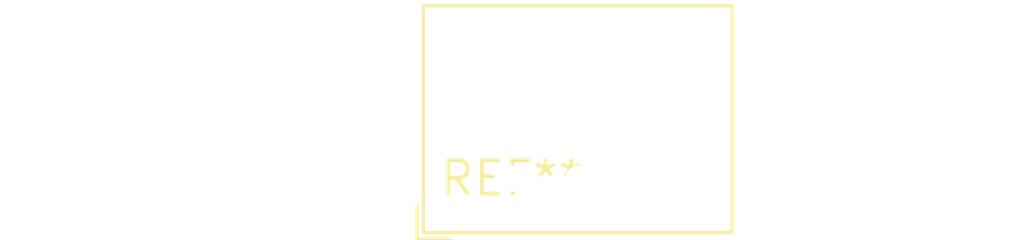
<source format=kicad_pcb>
(kicad_pcb (version 20240108) (generator pcbnew)
  (layers (0 "F.Cu" signal) (31 "B.Cu" signal) (34 "B.Paste" user) (35 "F.Paste" user) (36 "B.SilkS" user "B.Silkscreen") (37 "F.SilkS" user "F.Silkscreen") (38 "B.Mask" user) (39 "F.Mask" user) (44 "Edge.Cuts" user))
  (net 0 "")
  (footprint "Converter_DCDC_RECOM_R-78E-0.5_THT" (layer "F.Cu") (at 0 0)
    (property "Reference" "REF**")
    (property "Value" "Converter_DCDC_RECOM_R-78E-0.5_THT")
    (fp_line (start -3.611 1.06) (end -3.611 2.3) (layer "F.SilkS") (stroke (width 0.12)))
    (fp_line (start -3.611 2.3) (end -2.371 2.3) (layer "F.SilkS") (stroke (width 0.12)))
    (fp_line (start -3.371 -6.56) (end -3.371 2.06) (layer "F.SilkS") (stroke (width 0.12)))
    (fp_line (start -3.371 -6.56) (end 8.35 -6.56) (layer "F.SilkS") (stroke (width 0.12)))
    (fp_line (start -3.371 2.06) (end 8.35 2.06) (layer "F.SilkS") (stroke (width 0.12)))
    (fp_line (start 8.35 -6.56) (end 8.35 2.06) (layer "F.SilkS") (stroke (width 0.12)))
    (pad "1" thru_hole rect (at 0 0) (size 1.5 2.3) (drill 1) (layers *.Cu *.Mask) (remove_unused_layers))
    (pad "2" thru_hole oval (at 2.54 0) (size 1.5 2.3) (drill 1) (layers *.Cu *.Mask) (remove_unused_layers))
    (pad "3" thru_hole oval (at 5.08 0) (size 1.5 2.3) (drill 1) (layers *.Cu *.Mask) (remove_unused_layers))
  )
)
</source>
